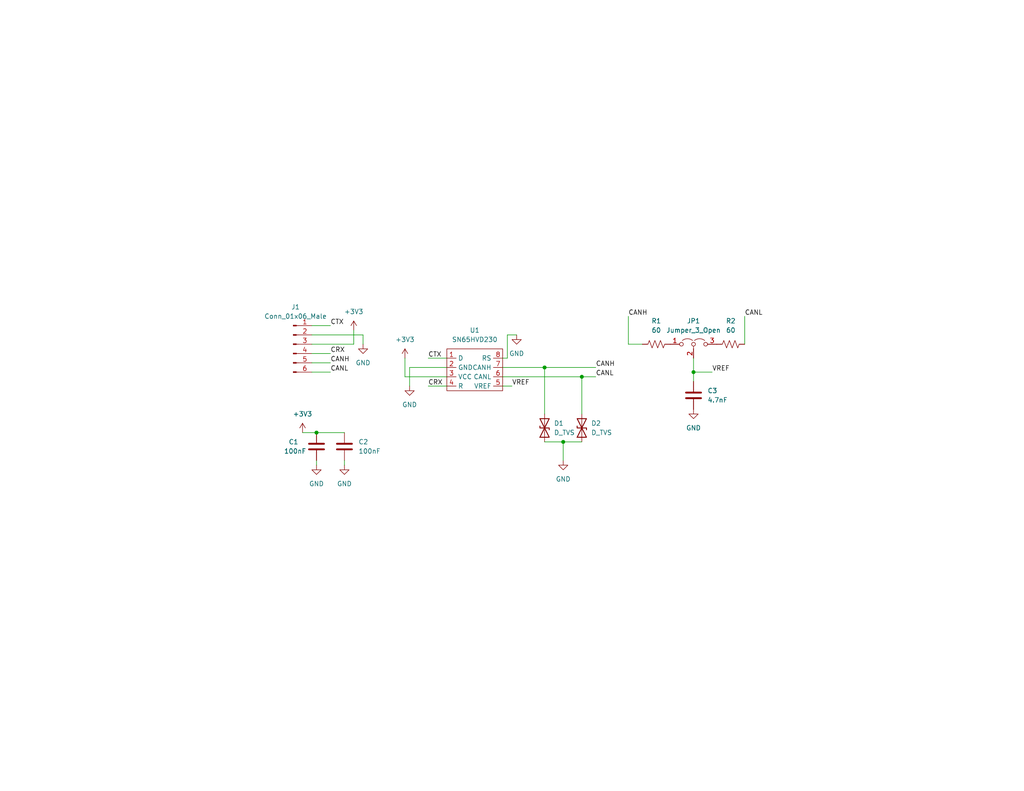
<source format=kicad_sch>
(kicad_sch (version 20211123) (generator eeschema)
  (paper "USLetter")
  (title_block (title "SDM Can Board") (date "2022-06-25") (rev "v1.0") (company "Sun Devil Motorsports - Data Acquisition"))
  (lib_symbols
    (symbol "Connector:Conn_01x06_Male" (pin_names (offset 1.016) hide)
      (property "Reference" "J" (at 0 7.62 0))
      (property "Value" "Conn_01x06_Male" (at 0 -10.16 0))
      (symbol "Conn_01x06_Male_1_1"
        (polyline (pts (xy 1.27 -7.62) (xy 0.8636 -7.62)) (stroke (width 0.1524)))
        (polyline (pts (xy 1.27 -5.08) (xy 0.8636 -5.08)) (stroke (width 0.1524)))
        (polyline (pts (xy 1.27 -2.54) (xy 0.8636 -2.54)) (stroke (width 0.1524)))
        (polyline (pts (xy 1.27 0) (xy 0.8636 0)) (stroke (width 0.1524)))
        (polyline (pts (xy 1.27 2.54) (xy 0.8636 2.54)) (stroke (width 0.1524)))
        (polyline (pts (xy 1.27 5.08) (xy 0.8636 5.08)) (stroke (width 0.1524)))
        (rectangle (start 0.8636 -7.493) (end 0 -7.747) (stroke (width 0.1524)) (fill (type outline)))
        (rectangle (start 0.8636 -4.953) (end 0 -5.207) (stroke (width 0.1524)) (fill (type outline)))
        (rectangle (start 0.8636 -2.413) (end 0 -2.667) (stroke (width 0.1524)) (fill (type outline)))
        (rectangle (start 0.8636 0.127) (end 0 -0.127) (stroke (width 0.1524)) (fill (type outline)))
        (rectangle (start 0.8636 2.667) (end 0 2.413) (stroke (width 0.1524)) (fill (type outline)))
        (rectangle (start 0.8636 5.207) (end 0 4.953) (stroke (width 0.1524)) (fill (type outline)))
        (pin passive line (at 5.08 5.08 180) (length 3.81) (name "Pin_1") (number "1"))
        (pin passive line (at 5.08 2.54 180) (length 3.81) (name "Pin_2") (number "2"))
        (pin passive line (at 5.08 0 180) (length 3.81) (name "Pin_3") (number "3"))
        (pin passive line (at 5.08 -2.54 180) (length 3.81) (name "Pin_4") (number "4"))
        (pin passive line (at 5.08 -5.08 180) (length 3.81) (name "Pin_5") (number "5"))
        (pin passive line (at 5.08 -7.62 180) (length 3.81) (name "Pin_6") (number "6"))
      )
    )
    (symbol "Device:C" (pin_numbers hide) (pin_names (offset 0.254))
      (property "Reference" "C" (at 0.635 2.54 0))
      (property "Value" "C" (at 0.635 -2.54 0))
      (symbol "C_0_1"
        (polyline (pts (xy -2.032 -0.762) (xy 2.032 -0.762)) (stroke (width 0.508)))
        (polyline (pts (xy -2.032 0.762) (xy 2.032 0.762)) (stroke (width 0.508)))
      )
      (symbol "C_1_1"
        (pin passive line (at 0 3.81 270) (length 2.794) (name "~") (number "1"))
        (pin passive line (at 0 -3.81 90) (length 2.794) (name "~") (number "2"))
      )
    )
    (symbol "Device:D_TVS" (pin_numbers hide) (pin_names (offset 1.016) hide)
      (property "Reference" "D" (at 0 2.54 0))
      (property "Value" "D_TVS" (at 0 -2.54 0))
      (symbol "D_TVS_0_1"
        (polyline (pts (xy 1.27 0) (xy -1.27 0)))
        (polyline (pts (xy 0.508 1.27) (xy 0 1.27) (xy 0 -1.27) (xy -0.508 -1.27)) (stroke (width 0.254)))
        (polyline (pts (xy -2.54 1.27) (xy -2.54 -1.27) (xy 2.54 1.27) (xy 2.54 -1.27) (xy -2.54 1.27)) (stroke (width 0.254)))
      )
      (symbol "D_TVS_1_1"
        (pin passive line (at -3.81 0 0) (length 2.54) (name "A1") (number "1"))
        (pin passive line (at 3.81 0 180) (length 2.54) (name "A2") (number "2"))
      )
    )
    (symbol "Device:R_US" (pin_numbers hide) (pin_names (offset 0))
      (property "Reference" "R" (at 2.54 0 90))
      (property "Value" "R_US" (at -2.54 0 90))
      (symbol "R_US_0_1"
        (polyline (pts (xy 0 -2.286) (xy 0 -2.54)))
        (polyline (pts (xy 0 2.286) (xy 0 2.54)))
        (polyline (pts (xy 0 -0.762) (xy 1.016 -1.143) (xy 0 -1.524) (xy -1.016 -1.905) (xy 0 -2.286)))
        (polyline (pts (xy 0 0.762) (xy 1.016 0.381) (xy 0 0) (xy -1.016 -0.381) (xy 0 -0.762)))
        (polyline (pts (xy 0 2.286) (xy 1.016 1.905) (xy 0 1.524) (xy -1.016 1.143) (xy 0 0.762)))
      )
      (symbol "R_US_1_1"
        (pin passive line (at 0 3.81 270) (length 1.27) (name "~") (number "1"))
        (pin passive line (at 0 -3.81 90) (length 1.27) (name "~") (number "2"))
      )
    )
    (symbol "Jumper:Jumper_3_Open" (pin_names (offset 0) hide)
      (property "Reference" "JP" (at -2.54 -2.54 0))
      (property "Value" "Jumper_3_Open" (at 0 2.794 0))
      (symbol "Jumper_3_Open_0_0"
        (circle (center -3.302 0) (radius 0.508))
        (circle (center 0 0) (radius 0.508))
        (circle (center 3.302 0) (radius 0.508))
      )
      (symbol "Jumper_3_Open_0_1"
        (arc (start -0.254 1.016) (mid -1.651 1.4992) (end -3.048 1.016))
        (polyline (pts (xy 0 -0.508) (xy 0 -1.27)))
        (arc (start 3.048 1.016) (mid 1.651 1.4992) (end 0.254 1.016))
      )
      (symbol "Jumper_3_Open_1_1"
        (pin passive line (at -6.35 0 0) (length 2.54) (name "A") (number "1"))
        (pin passive line (at 0 -3.81 90) (length 2.54) (name "C") (number "2"))
        (pin passive line (at 6.35 0 180) (length 2.54) (name "B") (number "3"))
      )
    )
    (symbol "SDM:SN65HVD230"
      (property "Reference" "U" (at 0 0 0))
      (property "Value" "SN65HVD230" (at 0 -2.54 0))
      (symbol "SN65HVD230_0_1"
        (rectangle (start -6.35 -15.24) (end 8.89 -3.81))
      )
      (symbol "SN65HVD230_1_1"
        (pin input line (at -6.35 -6.35 0) (length 2.54) (name "D") (number "1"))
        (pin input line (at -6.35 -8.89 0) (length 2.54) (name "GND") (number "2"))
        (pin input line (at -6.35 -11.43 0) (length 2.54) (name "VCC") (number "3"))
        (pin output line (at -6.35 -13.97 0) (length 2.54) (name "R") (number "4"))
        (pin input line (at 8.89 -13.97 180) (length 2.54) (name "VREF") (number "5"))
        (pin input line (at 8.89 -11.43 180) (length 2.54) (name "CANL") (number "6"))
        (pin input line (at 8.89 -8.89 180) (length 2.54) (name "CANH") (number "7"))
        (pin input line (at 8.89 -6.35 180) (length 2.54) (name "RS") (number "8"))
      )
    )
    (symbol "power:+3V3" (power) (pin_names (offset 0))
      (property "Value" "+3V3" (at 0 3.556 0))
      (symbol "+3V3_0_1"
        (polyline (pts (xy -0.762 1.27) (xy 0 2.54)))
        (polyline (pts (xy 0 0) (xy 0 2.54)))
        (polyline (pts (xy 0 2.54) (xy 0.762 1.27)))
      )
      (symbol "+3V3_1_1"
        (pin power_in line (at 0 0 90) (length 0) hide (name "+3V3") (number "1"))
      )
    )
    (symbol "power:GND" (power) (pin_names (offset 0))
      (property "Value" "GND" (at 0 -3.81 0))
      (symbol "GND_0_1"
        (polyline (pts (xy 0 0) (xy 0 -1.27) (xy 1.27 -1.27) (xy 0 -2.54) (xy -1.27 -1.27) (xy 0 -1.27)))
      )
      (symbol "GND_1_1"
        (pin power_in line (at 0 0 270) (length 0) hide (name "GND") (number "1"))
      )
    )
  )
  (junction (at 158.75 102.87))
  (junction (at 148.59 100.33))
  (junction (at 153.67 120.65))
  (junction (at 86.36 118.11))
  (junction (at 189.23 101.6))
  (wire (pts (xy 137.16 97.79) (xy 138.43 97.79)))
  (wire (pts (xy 85.09 93.98) (xy 96.52 93.98)))
  (wire (pts (xy 158.75 102.87) (xy 158.75 113.03)))
  (wire (pts (xy 110.49 97.79) (xy 110.49 102.87)))
  (wire (pts (xy 99.06 91.44) (xy 99.06 93.98)))
  (wire (pts (xy 138.43 91.44) (xy 140.97 91.44)))
  (wire (pts (xy 171.45 93.98) (xy 171.45 86.36)))
  (wire (pts (xy 138.43 97.79) (xy 138.43 91.44)))
  (wire (pts (xy 137.16 100.33) (xy 148.59 100.33)))
  (wire (pts (xy 189.23 101.6) (xy 194.31 101.6)))
  (wire (pts (xy 93.98 125.73) (xy 93.98 127)))
  (wire (pts (xy 85.09 91.44) (xy 99.06 91.44)))
  (wire (pts (xy 189.23 101.6) (xy 189.23 97.79)))
  (wire (pts (xy 189.23 104.14) (xy 189.23 101.6)))
  (wire (pts (xy 203.2 86.36) (xy 203.2 93.98)))
  (wire (pts (xy 158.75 102.87) (xy 162.56 102.87)))
  (wire (pts (xy 175.26 93.98) (xy 171.45 93.98)))
  (wire (pts (xy 96.52 93.98) (xy 96.52 90.17)))
  (wire (pts (xy 111.76 100.33) (xy 111.76 105.41)))
  (wire (pts (xy 85.09 101.6) (xy 90.17 101.6)))
  (wire (pts (xy 82.55 118.11) (xy 86.36 118.11)))
  (wire (pts (xy 148.59 100.33) (xy 148.59 113.03)))
  (wire (pts (xy 85.09 88.9) (xy 90.17 88.9)))
  (wire (pts (xy 153.67 120.65) (xy 153.67 125.73)))
  (wire (pts (xy 153.67 120.65) (xy 158.75 120.65)))
  (wire (pts (xy 86.36 118.11) (xy 93.98 118.11)))
  (wire (pts (xy 148.59 120.65) (xy 153.67 120.65)))
  (wire (pts (xy 148.59 100.33) (xy 162.56 100.33)))
  (wire (pts (xy 116.84 105.41) (xy 121.92 105.41)))
  (wire (pts (xy 116.84 97.79) (xy 121.92 97.79)))
  (wire (pts (xy 85.09 99.06) (xy 90.17 99.06)))
  (wire (pts (xy 85.09 96.52) (xy 90.17 96.52)))
  (wire (pts (xy 121.92 100.33) (xy 111.76 100.33)))
  (wire (pts (xy 137.16 105.41) (xy 139.7 105.41)))
  (wire (pts (xy 110.49 102.87) (xy 121.92 102.87)))
  (wire (pts (xy 86.36 125.73) (xy 86.36 127)))
  (wire (pts (xy 137.16 102.87) (xy 158.75 102.87)))
  (label "CRX" (at 90.17 96.52 0))
  (label "CRX" (at 116.84 105.41 0))
  (label "VREF" (at 139.7 105.41 0))
  (label "VREF" (at 194.31 101.6 0))
  (label "CANL" (at 90.17 101.6 0))
  (label "CTX" (at 116.84 97.79 0))
  (label "CANL" (at 162.56 102.87 0))
  (label "CANH" (at 171.45 86.36 0))
  (label "CANH" (at 162.56 100.33 0))
  (label "CTX" (at 90.17 88.9 0))
  (label "CANL" (at 203.2 86.36 0))
  (label "CANH" (at 90.17 99.06 0))
  (symbol (lib_id "power:GND") (at 140.97 91.44 0) (unit 1)
    (property "Reference" "#PWR0102" (effects hide))
    (property "Value" "GND" (at 140.97 96.52 0))
  )
  (symbol (lib_id "Device:C") (at 189.23 107.95 0) (unit 1)
    (property "Reference" "C3" (at 193.04 106.6799 0) (effects (justify left)))
    (property "Value" "4.7nF" (at 193.04 109.2199 0) (effects (justify left)))
    (property "Footprint" "Capacitor_Tantalum_SMD:CP_EIA-1608-08_AVX-J" (effects hide))
  )
  (symbol (lib_id "power:GND") (at 111.76 105.41 0) (unit 1)
    (property "Reference" "#PWR0104" (effects hide))
    (property "Value" "GND" (at 111.76 110.49 0))
  )
  (symbol (lib_id "Device:C") (at 93.98 121.92 0) (unit 1)
    (property "Reference" "C2" (at 97.79 120.6499 0) (effects (justify left)))
    (property "Value" "100nF" (at 97.79 123.1899 0) (effects (justify left)))
    (property "Footprint" "Capacitor_Tantalum_SMD:CP_EIA-1608-08_AVX-J" (effects hide))
  )
  (symbol (lib_id "power:GND") (at 189.23 111.76 0) (unit 1)
    (property "Reference" "#PWR0110" (effects hide))
    (property "Value" "GND" (at 189.23 116.84 0))
  )
  (symbol (lib_id "power:GND") (at 153.67 125.73 0) (unit 1)
    (property "Reference" "#PWR0101" (effects hide))
    (property "Value" "GND" (at 153.67 130.81 0))
  )
  (symbol (lib_id "power:+3V3") (at 110.49 97.79 0) (unit 1)
    (property "Reference" "#PWR0103" (effects hide))
    (property "Value" "+3V3" (at 110.49 92.71 0))
  )
  (symbol (lib_id "power:+3V3") (at 82.55 118.11 0) (unit 1)
    (property "Reference" "#PWR0109" (effects hide))
    (property "Value" "+3V3" (at 82.55 113.03 0))
  )
  (symbol (lib_id "Device:D_TVS") (at 148.59 116.84 90) (unit 1)
    (property "Reference" "D1" (at 151.13 115.5699 90) (effects (justify right)))
    (property "Value" "D_TVS" (at 151.13 118.1099 90) (effects (justify right)))
    (property "Footprint" "Diode_SMD:D_SOD-323" (effects hide))
  )
  (symbol (lib_id "power:GND") (at 99.06 93.98 0) (unit 1)
    (property "Reference" "#PWR0106" (effects hide))
    (property "Value" "GND" (at 99.06 99.06 0))
  )
  (symbol (lib_id "power:GND") (at 86.36 127 0) (unit 1)
    (property "Reference" "#PWR0107" (effects hide))
    (property "Value" "GND" (at 86.36 132.08 0))
  )
  (symbol (lib_id "Device:R_US") (at 179.07 93.98 90) (unit 1)
    (property "Reference" "R1" (at 179.07 87.63 90))
    (property "Value" "60" (at 179.07 90.17 90))
    (property "Footprint" "Resistor_SMD:R_0805_2012Metric" (effects hide))
  )
  (symbol (lib_id "Device:D_TVS") (at 158.75 116.84 90) (unit 1)
    (property "Reference" "D2" (at 161.29 115.5699 90) (effects (justify right)))
    (property "Value" "D_TVS" (at 161.29 118.1099 90) (effects (justify right)))
    (property "Footprint" "Diode_SMD:D_SOD-323" (effects hide))
  )
  (symbol (lib_id "power:GND") (at 93.98 127 0) (unit 1)
    (property "Reference" "#PWR0108" (effects hide))
    (property "Value" "GND" (at 93.98 132.08 0))
  )
  (symbol (lib_id "power:+3V3") (at 96.52 90.17 0) (unit 1)
    (property "Reference" "#PWR0105" (effects hide))
    (property "Value" "+3V3" (at 96.52 85.09 0))
  )
  (symbol (lib_id "SDM:SN65HVD230") (at 128.27 91.44 0) (unit 1)
    (property "Reference" "U1" (at 129.54 90.17 0))
    (property "Value" "SN65HVD230" (at 129.54 92.71 0))
    (property "Footprint" "Package_SO:SOIC-8_3.9x4.9mm_P1.27mm" (effects hide))
  )
  (symbol (lib_id "Device:R_US") (at 199.39 93.98 90) (unit 1)
    (property "Reference" "R2" (at 199.39 87.63 90))
    (property "Value" "60" (at 199.39 90.17 90))
    (property "Footprint" "Resistor_SMD:R_0805_2012Metric" (effects hide))
  )
  (symbol (lib_id "Connector:Conn_01x06_Male") (at 80.01 93.98 0) (unit 1)
    (property "Reference" "J1" (at 80.645 83.82 0))
    (property "Value" "Conn_01x06_Male" (at 80.645 86.36 0))
    (property "Footprint" "Connector_PinHeader_2.54mm:PinHeader_1x06_P2.54mm_Vertical" (effects hide))
  )
  (symbol (lib_id "Jumper:Jumper_3_Open") (at 189.23 93.98 0) (unit 1)
    (property "Reference" "JP1" (at 189.23 87.63 0))
    (property "Value" "Jumper_3_Open" (at 189.23 90.17 0))
    (property "Footprint" "Connector_PinHeader_2.54mm:PinHeader_1x03_P2.54mm_Vertical" (effects hide))
  )
  (symbol (lib_id "Device:C") (at 86.36 121.92 0) (unit 1)
    (property "Reference" "C1" (at 78.74 120.65 0) (effects (justify left)))
    (property "Value" "100nF" (at 77.47 123.19 0) (effects (justify left)))
    (property "Footprint" "Capacitor_Tantalum_SMD:CP_EIA-1608-08_AVX-J" (effects hide))
  )
)
</source>
